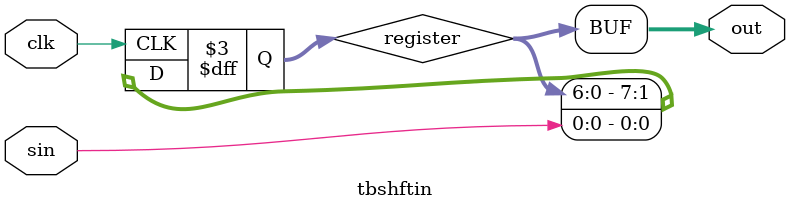
<source format=v>
module tbshftin(
  output [7:0] out,
  input sin,
  input clk);
  reg [7:0] register = 8'h00;
  assign out = register;
  always @(posedge clk) begin
    register[7:1] <= register[6:0];
    register[0] = sin; 
  end
endmodule
</source>
